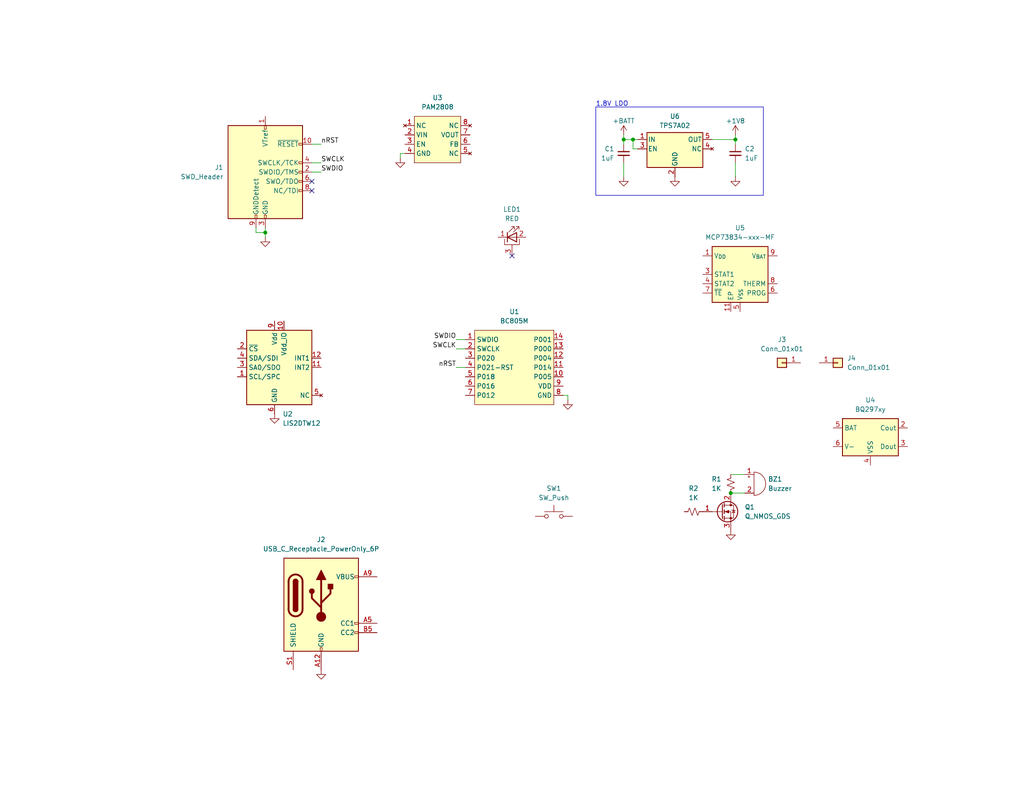
<source format=kicad_sch>
(kicad_sch (version 20231120) (generator "eeschema") (generator_version "8.0")
  (paper "USLetter")
  (title_block (title "BT Bike Light") (date "2024-08-23") (rev "A") (company "Embedded Shark, LLC") (comment 1 "Ben Owen"))
  (lib_symbols
    (symbol "Battery_Management:BQ297xy"
      (property "Reference" "U" (at -6.35 6.35 0))
      (property "Value" "BQ297xy" (at 5.08 -6.35 0))
      (symbol "BQ297xy_0_1"
        (rectangle (start -7.62 5.08) (end 7.62 -5.08) (stroke (width 0.254)) (fill (type background)))
      )
      (symbol "BQ297xy_1_1"
        (pin no_connect line (at 7.62 0 180) (length 2.54) hide (name "NC") (number "1"))
        (pin output line (at 10.16 2.54 180) (length 2.54) (name "Cout") (number "2"))
        (pin output line (at 10.16 -2.54 180) (length 2.54) (name "Dout") (number "3"))
        (pin power_in line (at 0 -7.62 90) (length 2.54) (name "VSS") (number "4"))
        (pin input line (at -10.16 2.54 0) (length 2.54) (name "BAT") (number "5"))
        (pin input line (at -10.16 -2.54 0) (length 2.54) (name "V-") (number "6"))
      )
    )
    (symbol "Connector:Conn_ARM_JTAG_SWD_10" (pin_names (offset 1.016))
      (property "Reference" "J" (at -2.54 16.51 0))
      (property "Value" "Conn_ARM_JTAG_SWD_10" (at -2.54 13.97 0))
      (symbol "Conn_ARM_JTAG_SWD_10_0_1"
        (rectangle (start -10.16 12.7) (end 10.16 -12.7) (stroke (width 0.254)) (fill (type background)))
        (rectangle (start -2.794 -12.7) (end -2.286 -11.684))
        (rectangle (start -0.254 -12.7) (end 0.254 -11.684))
        (rectangle (start -0.254 12.7) (end 0.254 11.684))
        (rectangle (start 9.144 2.286) (end 10.16 2.794))
        (rectangle (start 10.16 -2.794) (end 9.144 -2.286))
        (rectangle (start 10.16 -0.254) (end 9.144 0.254))
        (rectangle (start 10.16 7.874) (end 9.144 7.366))
      )
      (symbol "Conn_ARM_JTAG_SWD_10_1_1"
        (rectangle (start 9.144 -5.334) (end 10.16 -4.826))
        (pin power_in line (at 0 15.24 270) (length 2.54) (name "VTref") (number "1"))
        (pin open_collector line (at 12.7 7.62 180) (length 2.54) (name "~{RESET}") (number "10"))
        (pin bidirectional line (at 12.7 0 180) (length 2.54) (name "SWDIO/TMS") (number "2"))
        (pin power_in line (at 0 -15.24 90) (length 2.54) (name "GND") (number "3"))
        (pin output line (at 12.7 2.54 180) (length 2.54) (name "SWCLK/TCK") (number "4"))
        (pin passive line (at 0 -15.24 90) (length 2.54) hide (name "GND") (number "5"))
        (pin input line (at 12.7 -2.54 180) (length 2.54) (name "SWO/TDO") (number "6"))
        (pin no_connect line (at -10.16 0 0) (length 2.54) hide (name "KEY") (number "7"))
        (pin output line (at 12.7 -5.08 180) (length 2.54) (name "NC/TDI") (number "8"))
        (pin passive line (at -2.54 -15.24 90) (length 2.54) (name "GNDDetect") (number "9"))
      )
    )
    (symbol "Connector:USB_C_Receptacle_PowerOnly_6P" (pin_names (offset 1.016))
      (property "Reference" "J" (at 0 16.51 0))
      (property "Value" "USB_C_Receptacle_PowerOnly_6P" (at 0 13.97 0))
      (symbol "USB_C_Receptacle_PowerOnly_6P_0_0"
        (rectangle (start -0.254 -12.7) (end 0.254 -11.684))
        (rectangle (start 10.16 -7.366) (end 9.144 -7.874))
        (rectangle (start 10.16 -4.826) (end 9.144 -5.334))
        (rectangle (start 10.16 7.874) (end 9.144 7.366))
      )
      (symbol "USB_C_Receptacle_PowerOnly_6P_0_1"
        (rectangle (start -10.16 12.7) (end 10.16 -12.7) (stroke (width 0.254)) (fill (type background)))
        (arc (start -8.89 -1.27) (mid -6.985 -3.1667) (end -5.08 -1.27) (stroke (width 0.508)))
        (arc (start -7.62 -1.27) (mid -6.985 -1.9023) (end -6.35 -1.27) (stroke (width 0.254)))
        (arc (start -7.62 -1.27) (mid -6.985 -1.9023) (end -6.35 -1.27) (stroke (width 0.254)) (fill (type outline)))
        (rectangle (start -7.62 -1.27) (end -6.35 6.35) (stroke (width 0.254)) (fill (type outline)))
        (arc (start -6.35 6.35) (mid -6.985 6.9823) (end -7.62 6.35) (stroke (width 0.254)))
        (arc (start -6.35 6.35) (mid -6.985 6.9823) (end -7.62 6.35) (stroke (width 0.254)) (fill (type outline)))
        (arc (start -5.08 6.35) (mid -6.985 8.2467) (end -8.89 6.35) (stroke (width 0.508)))
        (circle (center -2.54 3.683) (radius 0.635) (stroke (width 0.254)) (fill (type outline)))
        (circle (center 0 -3.302) (radius 1.27) (fill (type outline)))
        (polyline (pts (xy -8.89 -1.27) (xy -8.89 6.35)) (stroke (width 0.508)))
        (polyline (pts (xy -5.08 6.35) (xy -5.08 -1.27)) (stroke (width 0.508)))
        (polyline (pts (xy 0 -3.302) (xy 0 6.858)) (stroke (width 0.508)))
        (polyline (pts (xy 0 -0.762) (xy -2.54 1.778) (xy -2.54 3.048)) (stroke (width 0.508)))
        (polyline (pts (xy 0 0.508) (xy 2.54 3.048) (xy 2.54 4.318)) (stroke (width 0.508)))
        (polyline (pts (xy -1.27 6.858) (xy 0 9.398) (xy 1.27 6.858) (xy -1.27 6.858)) (stroke (width 0.254)) (fill (type outline)))
        (rectangle (start 1.905 4.318) (end 3.175 5.588) (stroke (width 0.254)) (fill (type outline)))
      )
      (symbol "USB_C_Receptacle_PowerOnly_6P_1_1"
        (pin passive line (at 0 -17.78 90) (length 5.08) (name "GND") (number "A12"))
        (pin bidirectional line (at 15.24 -5.08 180) (length 5.08) (name "CC1") (number "A5"))
        (pin passive line (at 15.24 7.62 180) (length 5.08) (name "VBUS") (number "A9"))
        (pin passive line (at 0 -17.78 90) (length 5.08) hide (name "GND") (number "B12"))
        (pin bidirectional line (at 15.24 -7.62 180) (length 5.08) (name "CC2") (number "B5"))
        (pin passive line (at 15.24 7.62 180) (length 5.08) hide (name "VBUS") (number "B9"))
        (pin passive line (at -7.62 -17.78 90) (length 5.08) (name "SHIELD") (number "S1"))
      )
    )
    (symbol "Connector_Generic:Conn_01x01" (pin_names (offset 1.016) hide)
      (property "Reference" "J" (at 0 2.54 0))
      (property "Value" "Conn_01x01" (at 0 -2.54 0))
      (symbol "Conn_01x01_1_1"
        (rectangle (start -1.27 0.127) (end 0 -0.127) (stroke (width 0.1524)))
        (rectangle (start -1.27 1.27) (end 1.27 -1.27) (stroke (width 0.254)) (fill (type background)))
        (pin passive line (at -5.08 0 0) (length 3.81) (name "Pin_1") (number "1"))
      )
    )
    (symbol "Device:Buzzer" (pin_names (offset 0.0254) hide)
      (property "Reference" "BZ" (at 3.81 1.27 0))
      (property "Value" "Buzzer" (at 3.81 -1.27 0))
      (symbol "Buzzer_0_1"
        (arc (start 0 -3.175) (mid 3.1612 0) (end 0 3.175))
        (polyline (pts (xy -1.651 1.905) (xy -1.143 1.905)))
        (polyline (pts (xy -1.397 2.159) (xy -1.397 1.651)))
        (polyline (pts (xy 0 3.175) (xy 0 -3.175)))
      )
      (symbol "Buzzer_1_1"
        (pin passive line (at -2.54 2.54 0) (length 2.54) (name "+") (number "1"))
        (pin passive line (at -2.54 -2.54 0) (length 2.54) (name "-") (number "2"))
      )
    )
    (symbol "Device:C_Small" (pin_numbers hide) (pin_names (offset 0.254) hide)
      (property "Reference" "C" (at 0.254 1.778 0))
      (property "Value" "C_Small" (at 0.254 -2.032 0))
      (symbol "C_Small_0_1"
        (polyline (pts (xy -1.524 -0.508) (xy 1.524 -0.508)) (stroke (width 0.3302)))
        (polyline (pts (xy -1.524 0.508) (xy 1.524 0.508)) (stroke (width 0.3048)))
      )
      (symbol "C_Small_1_1"
        (pin passive line (at 0 2.54 270) (length 2.032) (name "~") (number "1"))
        (pin passive line (at 0 -2.54 90) (length 2.032) (name "~") (number "2"))
      )
    )
    (symbol "Device:LED_Pad" (pin_names (offset 1.016) hide)
      (property "Reference" "D" (at 0 5.715 0))
      (property "Value" "LED_Pad" (at 0 3.81 0))
      (symbol "LED_Pad_0_1"
        (polyline (pts (xy -1.27 -1.27) (xy -1.27 1.27)) (stroke (width 0.254)))
        (polyline (pts (xy -1.27 0) (xy 1.27 0)))
        (polyline (pts (xy 0 -2.54) (xy 0 -2.032)))
        (polyline (pts (xy -2.032 -0.508) (xy -2.032 -2.032) (xy 2.032 -2.032) (xy 2.032 -0.508)))
        (polyline (pts (xy 1.27 -1.27) (xy 1.27 1.27) (xy -1.27 0) (xy 1.27 -1.27)) (stroke (width 0.254)))
        (polyline (pts (xy -0.889 1.397) (xy 0.635 2.921) (xy -0.127 2.921) (xy 0.635 2.921) (xy 0.635 2.159)))
        (polyline (pts (xy 0.381 1.397) (xy 1.905 2.921) (xy 1.143 2.921) (xy 1.905 2.921) (xy 1.905 2.159)))
      )
      (symbol "LED_Pad_1_1"
        (pin passive line (at -3.81 0 0) (length 2.54) (name "K") (number "1"))
        (pin passive line (at 3.81 0 180) (length 2.54) (name "A") (number "2"))
        (pin passive line (at 0 -5.08 90) (length 2.54) (name "PAD") (number "3"))
      )
    )
    (symbol "Device:Q_NMOS_GDS" (pin_names (offset 0) hide)
      (property "Reference" "Q" (at 5.08 1.27 0))
      (property "Value" "Q_NMOS_GDS" (at 5.08 -1.27 0))
      (symbol "Q_NMOS_GDS_0_1"
        (polyline (pts (xy 0.254 0) (xy -2.54 0)))
        (polyline (pts (xy 0.254 1.905) (xy 0.254 -1.905)) (stroke (width 0.254)))
        (polyline (pts (xy 0.762 -1.27) (xy 0.762 -2.286)) (stroke (width 0.254)))
        (polyline (pts (xy 0.762 0.508) (xy 0.762 -0.508)) (stroke (width 0.254)))
        (polyline (pts (xy 0.762 2.286) (xy 0.762 1.27)) (stroke (width 0.254)))
        (polyline (pts (xy 2.54 2.54) (xy 2.54 1.778)))
        (polyline (pts (xy 2.54 -2.54) (xy 2.54 0) (xy 0.762 0)))
        (polyline (pts (xy 0.762 -1.778) (xy 3.302 -1.778) (xy 3.302 1.778) (xy 0.762 1.778)))
        (polyline (pts (xy 1.016 0) (xy 2.032 0.381) (xy 2.032 -0.381) (xy 1.016 0)) (fill (type outline)))
        (polyline (pts (xy 2.794 0.508) (xy 2.921 0.381) (xy 3.683 0.381) (xy 3.81 0.254)))
        (polyline (pts (xy 3.302 0.381) (xy 2.921 -0.254) (xy 3.683 -0.254) (xy 3.302 0.381)))
        (circle (center 1.651 0) (radius 2.794) (stroke (width 0.254)))
        (circle (center 2.54 -1.778) (radius 0.254) (fill (type outline)))
        (circle (center 2.54 1.778) (radius 0.254) (fill (type outline)))
      )
      (symbol "Q_NMOS_GDS_1_1"
        (pin input line (at -5.08 0 0) (length 2.54) (name "G") (number "1"))
        (pin passive line (at 2.54 5.08 270) (length 2.54) (name "D") (number "2"))
        (pin passive line (at 2.54 -5.08 90) (length 2.54) (name "S") (number "3"))
      )
    )
    (symbol "Device:R_Small_US" (pin_numbers hide) (pin_names (offset 0.254) hide)
      (property "Reference" "R" (at 0.762 0.508 0))
      (property "Value" "R_Small_US" (at 0.762 -1.016 0))
      (symbol "R_Small_US_1_1"
        (polyline (pts (xy 0 0) (xy 1.016 -0.381) (xy 0 -0.762) (xy -1.016 -1.143) (xy 0 -1.524)))
        (polyline (pts (xy 0 1.524) (xy 1.016 1.143) (xy 0 0.762) (xy -1.016 0.381) (xy 0 0)))
        (pin passive line (at 0 2.54 270) (length 1.016) (name "~") (number "1"))
        (pin passive line (at 0 -2.54 90) (length 1.016) (name "~") (number "2"))
      )
    )
    (symbol "Diodes-Incorporated:PAM2808"
      (property "Reference" "U" (at 0 -7.62 0))
      (property "Value" "PAM2808" (at 0 -9.652 0))
      (symbol "PAM2808_1_1"
        (rectangle (start -6.35 6.35) (end 6.35 -6.35) (fill (type background)))
        (pin no_connect line (at -8.89 3.81 0) (length 2.54) (name "NC") (number "1"))
        (pin power_in line (at -8.89 1.27 0) (length 2.54) (name "VIN") (number "2"))
        (pin input line (at -8.89 -1.27 0) (length 2.54) (name "EN") (number "3"))
        (pin power_in line (at -8.89 -3.81 0) (length 2.54) (name "GND") (number "4"))
        (pin no_connect line (at 8.89 -3.81 180) (length 2.54) (name "NC") (number "5"))
        (pin input line (at 8.89 -1.27 180) (length 2.54) (name "FB") (number "6"))
        (pin power_out line (at 8.89 1.27 180) (length 2.54) (name "VOUT") (number "7"))
        (pin no_connect line (at 8.89 3.81 180) (length 2.54) (name "NC") (number "8"))
      )
    )
    (symbol "Fanstel:BC805M"
      (property "Reference" "U" (at 10.795 -1.27 0))
      (property "Value" "BC805M" (at 10.795 21.59 0))
      (symbol "BC805M_1_1"
        (rectangle (start 0 20.32) (end 21.59 0) (fill (type background)))
        (pin input line (at -2.54 17.78 0) (length 2.54) (name "SWDIO") (number "1"))
        (pin bidirectional line (at 24.13 7.62 180) (length 2.54) (name "P005") (number "10"))
        (pin bidirectional line (at 24.13 10.16 180) (length 2.54) (name "P014") (number "11"))
        (pin bidirectional line (at 24.13 12.7 180) (length 2.54) (name "P004") (number "12"))
        (pin bidirectional line (at 24.13 15.24 180) (length 2.54) (name "P000") (number "13"))
        (pin bidirectional line (at 24.13 17.78 180) (length 2.54) (name "P001") (number "14"))
        (pin input line (at -2.54 15.24 0) (length 2.54) (name "SWCLK") (number "2"))
        (pin bidirectional line (at -2.54 12.7 0) (length 2.54) (name "P020") (number "3"))
        (pin bidirectional line (at -2.54 10.16 0) (length 2.54) (name "P021-RST") (number "4"))
        (pin bidirectional line (at -2.54 7.62 0) (length 2.54) (name "P018") (number "5"))
        (pin bidirectional line (at -2.54 5.08 0) (length 2.54) (name "P016") (number "6"))
        (pin bidirectional line (at -2.54 2.54 0) (length 2.54) (name "P012") (number "7"))
        (pin power_in line (at 24.13 2.54 180) (length 2.54) (name "GND") (number "8"))
        (pin power_in line (at 24.13 5.08 180) (length 2.54) (name "VDD") (number "9"))
      )
    )
    (symbol "Microchip:MCP73834-xxx-MF"
      (property "Reference" "U" (at -6.35 8.89 0))
      (property "Value" "MCP73834-xxx-MF" (at 10.16 8.89 0))
      (symbol "MCP73834-xxx-MF_1_1"
        (rectangle (start -7.62 7.62) (end 7.62 -7.62) (stroke (width 0.254)) (fill (type background)))
        (pin power_in line (at -10.16 5.08 0) (length 2.54) (name "V_{DD}") (number "1"))
        (pin passive line (at 10.16 5.08 180) (length 2.54) hide (name "V_{BAT}") (number "10"))
        (pin power_in line (at -2.54 -10.16 90) (length 2.54) (name "EP") (number "11"))
        (pin passive line (at -10.16 5.08 0) (length 2.54) hide (name "V_{DD}") (number "2"))
        (pin open_collector line (at -10.16 0 0) (length 2.54) (name "STAT1") (number "3"))
        (pin open_collector line (at -10.16 -2.54 0) (length 2.54) (name "STAT2") (number "4"))
        (pin power_in line (at 0 -10.16 90) (length 2.54) (name "V_{SS}") (number "5"))
        (pin input line (at 10.16 -5.08 180) (length 2.54) (name "PROG") (number "6"))
        (pin open_collector line (at -10.16 -5.08 0) (length 2.54) (name "~{TE}") (number "7"))
        (pin passive line (at 10.16 -2.54 180) (length 2.54) (name "THERM") (number "8"))
        (pin power_out line (at 10.16 5.08 180) (length 2.54) (name "V_{BAT}") (number "9"))
      )
    )
    (symbol "STMicroelectronics:LIS2DTW12"
      (property "Reference" "U" (at -5.08 11.43 0))
      (property "Value" "LIS2DTW12" (at 3.81 11.43 0))
      (symbol "LIS2DTW12_0_1"
        (rectangle (start -7.62 10.16) (end 10.16 -10.16) (stroke (width 0.254)) (fill (type background)))
      )
      (symbol "LIS2DTW12_1_1"
        (pin input line (at -10.16 -2.54 0) (length 2.54) (name "SCL/SPC") (number "1"))
        (pin power_in line (at 2.54 12.7 270) (length 2.54) (name "Vdd_IO") (number "10"))
        (pin output line (at 12.7 0 180) (length 2.54) (name "INT2") (number "11"))
        (pin output line (at 12.7 2.54 180) (length 2.54) (name "INT1") (number "12"))
        (pin input line (at -10.16 5.08 0) (length 2.54) (name "~{CS}") (number "2"))
        (pin bidirectional line (at -10.16 0 0) (length 2.54) (name "SA0/SDO") (number "3"))
        (pin bidirectional line (at -10.16 2.54 0) (length 2.54) (name "SDA/SDI") (number "4"))
        (pin no_connect line (at 12.7 -7.62 180) (length 2.54) (name "NC") (number "5"))
        (pin power_in line (at 0 -12.7 90) (length 2.54) (name "GND") (number "6"))
        (pin passive line (at 0 -12.7 90) (length 2.54) hide (name "GND") (number "7"))
        (pin passive line (at 0 -12.7 90) (length 2.54) hide (name "GND") (number "8"))
        (pin power_in line (at 0 12.7 270) (length 2.54) (name "Vdd") (number "9"))
      )
    )
    (symbol "Switch:SW_Push" (pin_numbers hide) (pin_names (offset 1.016) hide)
      (property "Reference" "SW" (at 1.27 2.54 0))
      (property "Value" "SW_Push" (at 0 -1.524 0))
      (symbol "SW_Push_0_1"
        (circle (center -2.032 0) (radius 0.508))
        (polyline (pts (xy 0 1.27) (xy 0 3.048)))
        (polyline (pts (xy 2.54 1.27) (xy -2.54 1.27)))
        (circle (center 2.032 0) (radius 0.508))
        (pin passive line (at -5.08 0 0) (length 2.54) (name "1") (number "1"))
        (pin passive line (at 5.08 0 180) (length 2.54) (name "2") (number "2"))
      )
    )
    (symbol "Texas-Instruments:TPS7A02" (pin_names (offset 0.254))
      (property "Reference" "U" (at -6.35 5.715 0))
      (property "Value" "TPS7A02" (at 0 5.715 0))
      (symbol "TPS7A02_0_1"
        (rectangle (start -7.62 -5.08) (end 7.62 4.445) (stroke (width 0.254)) (fill (type background)))
      )
      (symbol "TPS7A02_1_1"
        (pin power_in line (at -10.16 2.54 0) (length 2.54) (name "IN") (number "1"))
        (pin power_in line (at 0 -7.62 90) (length 2.54) (name "GND") (number "2"))
        (pin input line (at -10.16 0 0) (length 2.54) (name "EN") (number "3"))
        (pin no_connect line (at 10.16 0 180) (length 2.54) (name "NC") (number "4"))
        (pin power_out line (at 10.16 2.54 180) (length 2.54) (name "OUT") (number "5"))
      )
    )
    (symbol "power:+1V8" (power) (pin_numbers hide) (pin_names (offset 0) hide)
      (property "Value" "+1V8" (at 0 3.556 0))
      (symbol "+1V8_0_1"
        (polyline (pts (xy -0.762 1.27) (xy 0 2.54)))
        (polyline (pts (xy 0 0) (xy 0 2.54)))
        (polyline (pts (xy 0 2.54) (xy 0.762 1.27)))
      )
      (symbol "+1V8_1_1"
        (pin power_in line (at 0 0 90) (length 0) (name "~") (number "1"))
      )
    )
    (symbol "power:+BATT" (power) (pin_numbers hide) (pin_names (offset 0) hide)
      (property "Value" "+BATT" (at 0 3.556 0))
      (symbol "+BATT_0_1"
        (polyline (pts (xy -0.762 1.27) (xy 0 2.54)))
        (polyline (pts (xy 0 0) (xy 0 2.54)))
        (polyline (pts (xy 0 2.54) (xy 0.762 1.27)))
      )
      (symbol "+BATT_1_1"
        (pin power_in line (at 0 0 90) (length 0) (name "~") (number "1"))
      )
    )
    (symbol "power:GND" (power) (pin_numbers hide) (pin_names (offset 0) hide)
      (property "Value" "GND" (at 0 -3.81 0))
      (symbol "GND_0_1"
        (polyline (pts (xy 0 0) (xy 0 -1.27) (xy 1.27 -1.27) (xy 0 -2.54) (xy -1.27 -1.27) (xy 0 -1.27)))
      )
      (symbol "GND_1_1"
        (pin power_in line (at 0 0 270) (length 0) (name "~") (number "1"))
      )
    )
  )
  (junction (at 72.39 63.5))
  (junction (at 199.39 134.62))
  (junction (at 172.72 38.1))
  (junction (at 200.66 38.1))
  (junction (at 170.18 38.1))
  (no_connect (at 85.09 49.53))
  (no_connect (at 85.09 52.07))
  (no_connect (at 139.7 69.85))
  (wire (pts (xy 124.46 92.71) (xy 127 92.71)))
  (wire (pts (xy 124.46 100.33) (xy 127 100.33)))
  (wire (pts (xy 170.18 36.83) (xy 170.18 38.1)))
  (wire (pts (xy 85.09 46.99) (xy 87.63 46.99)))
  (wire (pts (xy 200.66 36.83) (xy 200.66 38.1)))
  (wire (pts (xy 170.18 38.1) (xy 172.72 38.1)))
  (wire (pts (xy 72.39 63.5) (xy 72.39 64.77)))
  (wire (pts (xy 69.85 62.23) (xy 69.85 63.5)))
  (wire (pts (xy 154.94 109.22) (xy 154.94 107.95)))
  (wire (pts (xy 199.39 129.54) (xy 203.2 129.54)))
  (wire (pts (xy 200.66 39.37) (xy 200.66 38.1)))
  (wire (pts (xy 72.39 62.23) (xy 72.39 63.5)))
  (wire (pts (xy 172.72 38.1) (xy 172.72 40.64)))
  (wire (pts (xy 154.94 107.95) (xy 153.67 107.95)))
  (wire (pts (xy 170.18 38.1) (xy 170.18 39.37)))
  (wire (pts (xy 172.72 40.64) (xy 173.99 40.64)))
  (wire (pts (xy 110.49 41.91) (xy 109.22 41.91)))
  (wire (pts (xy 124.46 95.25) (xy 127 95.25)))
  (wire (pts (xy 194.31 38.1) (xy 200.66 38.1)))
  (wire (pts (xy 170.18 44.45) (xy 170.18 48.26)))
  (wire (pts (xy 85.09 39.37) (xy 87.63 39.37)))
  (wire (pts (xy 200.66 44.45) (xy 200.66 48.26)))
  (wire (pts (xy 109.22 41.91) (xy 109.22 43.18)))
  (wire (pts (xy 199.39 134.62) (xy 203.2 134.62)))
  (wire (pts (xy 85.09 44.45) (xy 87.63 44.45)))
  (wire (pts (xy 172.72 38.1) (xy 173.99 38.1)))
  (wire (pts (xy 69.85 63.5) (xy 72.39 63.5)))
  (rectangle (start 162.56 29.21) (end 208.28 53.34))
  (text "1.8V LDO" (at 162.56 29.21 0) (effects (font (size 1.27 1.27)) (justify left bottom)))
  (label "SWDIO" (at 87.63 46.99 0))
  (label "SWCLK" (at 124.46 95.25 180))
  (label "nRST" (at 87.63 39.37 0))
  (label "nRST" (at 124.46 100.33 180))
  (label "SWCLK" (at 87.63 44.45 0))
  (label "SWDIO" (at 124.46 92.71 180))
  (symbol (lib_id "power:GND") (at 109.22 43.18 0) (unit 1)
    (property "Reference" "#PWR04" (effects (hide yes)))
    (property "Value" "GND" (effects (hide yes)))
    (property "Description" "Power symbol creates a global label with name \"GND\" , ground" (effects (hide yes)))
  )
  (symbol (lib_id "power:GND") (at 87.63 182.88 0) (unit 1)
    (property "Reference" "#PWR014" (effects (hide yes)))
    (property "Value" "GND" (effects (hide yes)))
    (property "Description" "Power symbol creates a global label with name \"GND\" , ground" (effects (hide yes)))
  )
  (symbol (lib_id "power:GND") (at 200.66 48.26 0) (unit 1)
    (property "Reference" "#PWR07" (effects (hide yes)))
    (property "Value" "GND" (effects (hide yes)))
    (property "Description" "Power symbol creates a global label with name \"GND\" , ground" (effects (hide yes)))
  )
  (symbol (lib_id "STMicroelectronics:LIS2DTW12") (at 74.93 100.33 0) (unit 1)
    (property "Reference" "U2" (at 77.1241 113.03 0) (effects (justify left)))
    (property "Value" "LIS2DTW12" (at 77.1241 115.57 0) (effects (justify left)))
    (property "Footprint" "Package_LGA:LGA-12_2x2mm_P0.5mm" (effects (hide yes)))
    (property "Datasheet" "https://www.st.com/resource/en/datasheet/lis2dtw12.pdf" (effects (hide yes)))
    (property "Description" "MEMS digital output dual motion and temperature sensor" (effects (hide yes)))
  )
  (symbol (lib_id "Connector_Generic:Conn_01x01") (at 228.6 99.06 0) (unit 1)
    (property "Reference" "J4" (at 231.14 97.7899 0) (effects (justify left)))
    (property "Value" "Conn_01x01" (at 231.14 100.3299 0) (effects (justify left)))
    (property "Footprint" "Battery:BatteryClip_Keystone_54_D16-19mm" (effects (hide yes)))
    (property "Datasheet" "https://www.keyelco.com/userAssets/file/M65p11.pdf" (effects (hide yes)))
    (property "Description" "Generic connector, single row, 01x01, script generated (kicad-library-utils/schlib/autogen/connector/)" (effects (hide yes)))
  )
  (symbol (lib_id "Connector_Generic:Conn_01x01") (at 213.36 99.06 180) (unit 1)
    (property "Reference" "J3" (at 213.36 92.71 0))
    (property "Value" "Conn_01x01" (at 213.36 95.25 0))
    (property "Footprint" "Battery:BatteryClip_Keystone_54_D16-19mm" (effects (hide yes)))
    (property "Datasheet" "https://www.keyelco.com/userAssets/file/M65p11.pdf" (effects (hide yes)))
    (property "Description" "Generic connector, single row, 01x01, script generated (kicad-library-utils/schlib/autogen/connector/)" (effects (hide yes)))
  )
  (symbol (lib_id "power:GND") (at 170.18 48.26 0) (unit 1)
    (property "Reference" "#PWR08" (effects (hide yes)))
    (property "Value" "GND" (effects (hide yes)))
    (property "Description" "Power symbol creates a global label with name \"GND\" , ground" (effects (hide yes)))
  )
  (symbol (lib_id "Battery_Management:BQ297xy") (at 237.49 119.38 0) (unit 1)
    (property "Reference" "U4" (at 237.49 109.22 0))
    (property "Value" "BQ297xy" (at 237.49 111.76 0))
    (property "Footprint" "Package_SON:WSON-6_1.5x1.5mm_P0.5mm" (effects (hide yes)))
    (property "Datasheet" "http://www.ti.com/lit/ds/symlink/bq2970.pdf" (effects (hide yes)))
    (property "Description" "Voltage and Current Protection for Single-Cell Li-Ion and Li-Polymer Batteries" (effects (hide yes)))
  )
  (symbol (lib_id "Device:R_Small_US") (at 189.23 139.7 90) (unit 1)
    (property "Reference" "R2" (at 189.23 133.35 90))
    (property "Value" "1K" (at 189.23 135.89 90))
    (property "Description" "Resistor, small US symbol" (effects (hide yes)))
  )
  (symbol (lib_id "Device:LED_Pad") (at 139.7 64.77 0) (unit 1)
    (property "Reference" "LED1" (at 139.7 57.15 0))
    (property "Value" "RED" (at 139.7 59.69 0))
    (property "Footprint" "LED_SMD:LED_Cree-XP" (effects (hide yes)))
    (property "Description" "Light emitting diode with pad" (effects (hide yes)))
  )
  (symbol (lib_id "Device:Q_NMOS_GDS") (at 196.85 139.7 0) (unit 1)
    (property "Reference" "Q1" (at 203.2 138.4299 0) (effects (justify left)))
    (property "Value" "Q_NMOS_GDS" (at 203.2 140.9699 0) (effects (justify left)))
    (property "Description" "N-MOSFET transistor, gate/drain/source" (effects (hide yes)))
  )
  (symbol (lib_id "Device:C_Small") (at 170.18 41.91 0) (mirror y) (unit 1)
    (property "Reference" "C1" (at 167.64 40.6462 0) (effects (justify left)))
    (property "Value" "1uF" (at 167.64 43.1862 0) (effects (justify left)))
    (property "Description" "Unpolarized capacitor, small symbol" (effects (hide yes)))
  )
  (symbol (lib_id "Fanstel:BC805M") (at 129.54 110.49 0) (unit 1)
    (property "Reference" "U1" (at 140.335 85.09 0))
    (property "Value" "BC805M" (at 140.335 87.63 0))
    (property "Footprint" "Fanstel:BC805M" (effects (hide yes)))
    (property "Datasheet" "https://www.fanstel.com/s/BC805M-p_Product-Specifications.pdf" (effects (hide yes)))
    (property "Description" "Bluetooth Low Energy, BLE 5.3 module using Nordic nRF52805 SoC with integrated antenna" (effects (hide yes)))
  )
  (symbol (lib_id "power:+BATT") (at 170.18 36.83 0) (unit 1)
    (property "Reference" "#PWR09" (effects (hide yes)))
    (property "Value" "+BATT" (at 170.18 33.02 0))
    (property "Description" "Power symbol creates a global label with name \"+BATT\"" (effects (hide yes)))
  )
  (symbol (lib_id "Connector:Conn_ARM_JTAG_SWD_10") (at 72.39 46.99 0) (unit 1)
    (property "Reference" "J1" (at 60.96 45.7199 0) (effects (justify right)))
    (property "Value" "SWD_Header" (at 60.96 48.2599 0) (effects (justify right)))
    (property "Footprint" "Samtech:FTSH-107-01-F-DV-K" (effects (hide yes)))
    (property "Datasheet" "http://infocenter.arm.com/help/topic/com.arm.doc.ddi0314h/DDI0314H_coresight_components_trm.pdf" (effects (hide yes)))
    (property "Description" "Cortex Debug Connector, standard ARM Cortex-M SWD and JTAG interface" (effects (hide yes)))
  )
  (symbol (lib_id "Texas-Instruments:TPS7A02") (at 184.15 40.64 0) (unit 1)
    (property "Reference" "U6" (at 184.15 31.75 0))
    (property "Value" "TPS7A02" (at 184.15 34.29 0))
    (property "Footprint" "Package_TO_SOT_SMD:SOT-23-5" (effects (hide yes)))
    (property "Datasheet" "https://www.ti.com/lit/ds/symlink/tps7a02.pdf" (effects (hide yes)))
    (property "Description" "TPS7A02 Nanopower IQ, 25-nA, 200-mA, Low-Dropout Voltage Regulator With Fast Transient Response" (effects (hide yes)))
  )
  (symbol (lib_id "power:+1V8") (at 200.66 36.83 0) (unit 1)
    (property "Reference" "#PWR06" (effects (hide yes)))
    (property "Value" "+1V8" (at 200.66 33.02 0))
    (property "Description" "Power symbol creates a global label with name \"+1V8\"" (effects (hide yes)))
  )
  (symbol (lib_id "power:GND") (at 72.39 64.77 0) (unit 1)
    (property "Reference" "#PWR02" (effects (hide yes)))
    (property "Value" "GND" (effects (hide yes)))
    (property "Description" "Power symbol creates a global label with name \"GND\" , ground" (effects (hide yes)))
  )
  (symbol (lib_id "Switch:SW_Push") (at 151.13 140.97 0) (unit 1)
    (property "Reference" "SW1" (at 151.13 133.35 0))
    (property "Value" "SW_Push" (at 151.13 135.89 0))
    (property "Footprint" "Button_Switch_THT:SW_Tactile_SPST_Angled_PTS645Vx58-2LFS" (effects (hide yes)))
    (property "Datasheet" "https://www.ckswitches.com/media/1471/pts645.pdf" (effects (hide yes)))
    (property "Description" "Push button switch, generic, two pins" (effects (hide yes)))
  )
  (symbol (lib_id "Connector:USB_C_Receptacle_PowerOnly_6P") (at 87.63 165.1 0) (unit 1)
    (property "Reference" "J2" (at 87.63 147.32 0))
    (property "Value" "USB_C_Receptacle_PowerOnly_6P" (at 87.63 149.86 0))
    (property "Footprint" "CUI-Devices:UJC-HP2-3-SMT-TR" (effects (hide yes)))
    (property "Datasheet" "https://www.usb.org/sites/default/files/documents/usb_type-c.zip" (effects (hide yes)))
    (property "Description" "USB Power-Only 6P Type-C Receptacle connector" (effects (hide yes)))
  )
  (symbol (lib_id "power:GND") (at 199.39 144.78 0) (unit 1)
    (property "Reference" "#PWR015" (effects (hide yes)))
    (property "Value" "GND" (effects (hide yes)))
    (property "Description" "Power symbol creates a global label with name \"GND\" , ground" (effects (hide yes)))
  )
  (symbol (lib_id "Microchip:MCP73834-xxx-MF") (at 201.93 74.93 0) (unit 1)
    (property "Reference" "U5" (at 201.93 62.23 0))
    (property "Value" "MCP73834-xxx-MF" (at 201.93 64.77 0))
    (property "Footprint" "Package_DFN_QFN:DFN-10-1EP_3x3mm_P0.5mm_EP1.58x2.35mm" (effects (hide yes)))
    (property "Datasheet" "https://ww1.microchip.com/downloads/en/DeviceDoc/22005b.pdf" (effects (hide yes)))
    (property "Description" "Stand-Alone Linear Li-Ion / Li-Polymer Charge Management Controller, DFN-10" (effects (hide yes)))
  )
  (symbol (lib_id "power:GND") (at 154.94 109.22 0) (unit 1)
    (property "Reference" "#PWR01" (effects (hide yes)))
    (property "Value" "GND" (effects (hide yes)))
    (property "Description" "Power symbol creates a global label with name \"GND\" , ground" (effects (hide yes)))
  )
  (symbol (lib_id "Diodes-Incorporated:PAM2808") (at 119.38 38.1 0) (unit 1)
    (property "Reference" "U3" (at 119.38 26.67 0))
    (property "Value" "PAM2808" (at 119.38 29.21 0))
    (property "Footprint" "Package_SO:Diodes_SO-8EP" (effects (hide yes)))
    (property "Datasheet" "https://www.diodes.com/assets/Datasheets/PAM2808.pdf" (effects (hide yes)))
    (property "Description" "5W high power HBLED driver with 1.5A constant current" (effects (hide yes)))
  )
  (symbol (lib_id "power:GND") (at 74.93 113.03 0) (unit 1)
    (property "Reference" "#PWR03" (effects (hide yes)))
    (property "Value" "GND" (effects (hide yes)))
    (property "Description" "Power symbol creates a global label with name \"GND\" , ground" (effects (hide yes)))
  )
  (symbol (lib_id "power:GND") (at 184.15 48.26 0) (unit 1)
    (property "Reference" "#PWR05" (effects (hide yes)))
    (property "Value" "GND" (effects (hide yes)))
    (property "Description" "Power symbol creates a global label with name \"GND\" , ground" (effects (hide yes)))
  )
  (symbol (lib_id "Device:C_Small") (at 200.66 41.91 0) (unit 1)
    (property "Reference" "C2" (at 203.2 40.6462 0) (effects (justify left)))
    (property "Value" "1uF" (at 203.2 43.1862 0) (effects (justify left)))
    (property "Description" "Unpolarized capacitor, small symbol" (effects (hide yes)))
  )
  (symbol (lib_id "Device:Buzzer") (at 205.74 132.08 0) (unit 1)
    (property "Reference" "BZ1" (at 209.55 130.8099 0) (effects (justify left)))
    (property "Value" "Buzzer" (at 209.55 133.3499 0) (effects (justify left)))
    (property "Footprint" "PUI-Audio:PUI_AT-1220-TT-3V-2-R" (effects (hide yes)))
    (property "Datasheet" "https://api.puiaudio.com/file/cb716568-5258-4e08-b27f-2aa736c8b20d.pdf" (effects (hide yes)))
    (property "Description" "Buzzer, polarized" (effects (hide yes)))
  )
  (symbol (lib_id "Device:R_Small_US") (at 199.39 132.08 0) (mirror y) (unit 1)
    (property "Reference" "R1" (at 196.85 130.8099 0) (effects (justify left)))
    (property "Value" "1K" (at 196.85 133.3499 0) (effects (justify left)))
    (property "Description" "Resistor, small US symbol" (effects (hide yes)))
  )
)
</source>
